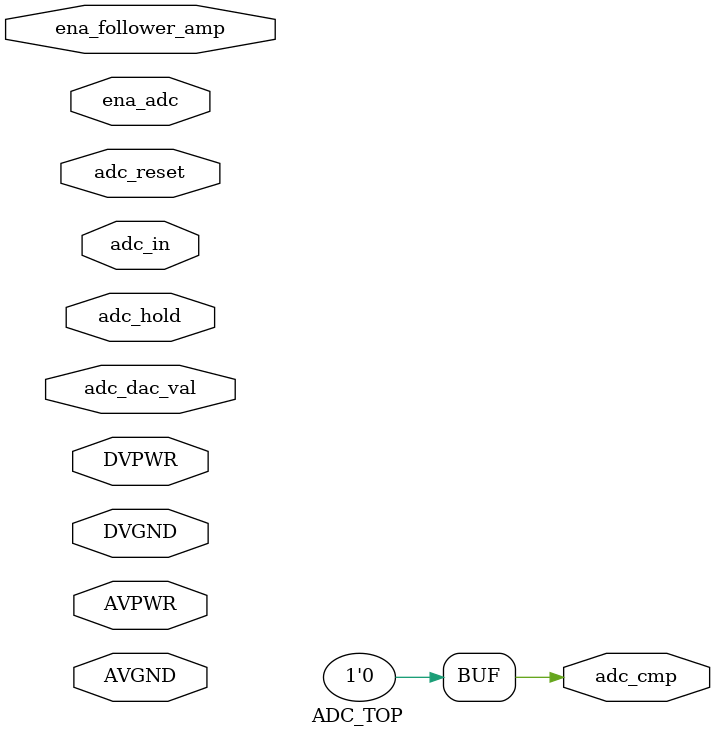
<source format=v>
`default_nettype none

module ADC_TOP (
    inout AVPWR,
    inout AVGND,
    inout DVPWR,
    inout DVGND,
    input adc_in,
    input ena_follower_amp,
    input ena_adc,
    input adc_reset,
    input adc_hold,
    input [11:0] adc_dac_val,
    output adc_cmp
);

    assign adc_cmp = 1'b0;

endmodule

`default_nettype wire

</source>
